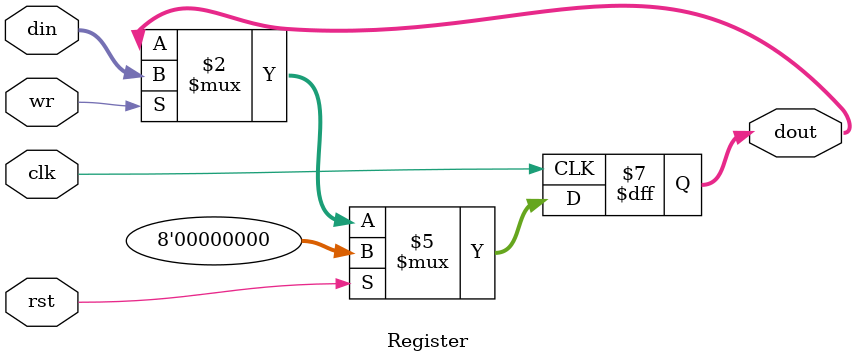
<source format=sv>
module Register #(
    parameter WIDTH = 8  
)(
    input wire clk,
    input wire rst,            
    input wire wr,             
    input wire [WIDTH-1:0] din,
    output reg [WIDTH-1:0] dout
);

always @(posedge clk) begin
    if (rst)
        dout <= {WIDTH{1'b0}};  
    else if (wr)
        dout <= din;            
    
end

endmodule

</source>
